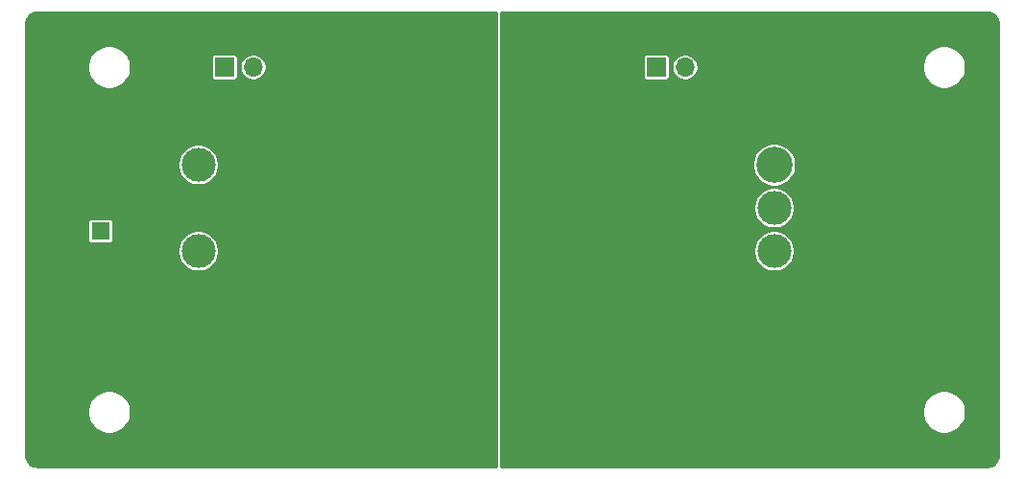
<source format=gbr>
%TF.GenerationSoftware,KiCad,Pcbnew,(5.1.12)-1*%
%TF.CreationDate,2022-03-07T22:28:18-06:00*%
%TF.ProjectId,Power_Board,506f7765-725f-4426-9f61-72642e6b6963,rev?*%
%TF.SameCoordinates,Original*%
%TF.FileFunction,Copper,L2,Bot*%
%TF.FilePolarity,Positive*%
%FSLAX46Y46*%
G04 Gerber Fmt 4.6, Leading zero omitted, Abs format (unit mm)*
G04 Created by KiCad (PCBNEW (5.1.12)-1) date 2022-03-07 22:28:18*
%MOMM*%
%LPD*%
G01*
G04 APERTURE LIST*
%TA.AperFunction,ComponentPad*%
%ADD10C,3.000000*%
%TD*%
%TA.AperFunction,ComponentPad*%
%ADD11C,3.200000*%
%TD*%
%TA.AperFunction,ComponentPad*%
%ADD12R,1.600000X1.600000*%
%TD*%
%TA.AperFunction,ComponentPad*%
%ADD13C,1.600000*%
%TD*%
%TA.AperFunction,ComponentPad*%
%ADD14R,1.700000X1.700000*%
%TD*%
%TA.AperFunction,ComponentPad*%
%ADD15O,1.700000X1.700000*%
%TD*%
%TA.AperFunction,ViaPad*%
%ADD16C,0.800000*%
%TD*%
%TA.AperFunction,Conductor*%
%ADD17C,0.254000*%
%TD*%
%TA.AperFunction,Conductor*%
%ADD18C,0.100000*%
%TD*%
G04 APERTURE END LIST*
D10*
%TO.P,U5,1*%
%TO.N,VOUT+*%
X117729000Y-84328000D03*
%TO.P,U5,2*%
%TO.N,PWRGD*%
X117729000Y-91948000D03*
%TO.P,U5,3*%
%TO.N,VOUT-*%
X117729000Y-99568000D03*
D11*
%TO.P,U5,4*%
%TO.N,GND*%
X168529000Y-99568000D03*
D10*
%TO.P,U5,5*%
X168529000Y-95758000D03*
%TO.P,U5,6*%
%TO.N,Net-(U5-Pad6)*%
X168529000Y-91948000D03*
%TO.P,U5,7*%
%TO.N,+12V*%
X168529000Y-88138000D03*
D11*
%TO.P,U5,8*%
X168529000Y-84328000D03*
%TD*%
D12*
%TO.P,C40,1*%
%TO.N,VOUT+*%
X109093000Y-90170000D03*
D13*
%TO.P,C40,2*%
%TO.N,VOUT-*%
X109093000Y-93670000D03*
%TD*%
D14*
%TO.P,J5,1*%
%TO.N,VOUT+*%
X120015000Y-75692000D03*
D15*
%TO.P,J5,2*%
%TO.N,PWRGD*%
X122555000Y-75692000D03*
%TO.P,J5,3*%
%TO.N,VOUT-*%
X125095000Y-75692000D03*
%TD*%
%TO.P,J6,3*%
%TO.N,GND*%
X163195000Y-75692000D03*
%TO.P,J6,2*%
%TO.N,+3V3*%
X160655000Y-75692000D03*
D14*
%TO.P,J6,1*%
%TO.N,+12V*%
X158115000Y-75692000D03*
%TD*%
D16*
%TO.N,GND*%
X171958000Y-108204000D03*
X176784000Y-81788000D03*
X174625000Y-78232000D03*
%TD*%
D17*
%TO.N,VOUT-*%
X144018000Y-110973000D02*
X103518641Y-110973000D01*
X103312777Y-110952815D01*
X103127870Y-110896988D01*
X102957330Y-110806310D01*
X102807651Y-110684235D01*
X102684532Y-110535410D01*
X102592668Y-110365511D01*
X102535552Y-110181003D01*
X102514000Y-109975946D01*
X102514000Y-105982207D01*
X107928000Y-105982207D01*
X107928000Y-106361793D01*
X108002053Y-106734085D01*
X108147315Y-107084777D01*
X108358201Y-107400391D01*
X108626609Y-107668799D01*
X108942223Y-107879685D01*
X109292915Y-108024947D01*
X109665207Y-108099000D01*
X110044793Y-108099000D01*
X110417085Y-108024947D01*
X110767777Y-107879685D01*
X111083391Y-107668799D01*
X111351799Y-107400391D01*
X111562685Y-107084777D01*
X111707947Y-106734085D01*
X111782000Y-106361793D01*
X111782000Y-105982207D01*
X111707947Y-105609915D01*
X111562685Y-105259223D01*
X111351799Y-104943609D01*
X111083391Y-104675201D01*
X110767777Y-104464315D01*
X110417085Y-104319053D01*
X110044793Y-104245000D01*
X109665207Y-104245000D01*
X109292915Y-104319053D01*
X108942223Y-104464315D01*
X108626609Y-104675201D01*
X108358201Y-104943609D01*
X108147315Y-105259223D01*
X108002053Y-105609915D01*
X107928000Y-105982207D01*
X102514000Y-105982207D01*
X102514000Y-91768056D01*
X115902000Y-91768056D01*
X115902000Y-92127944D01*
X115972211Y-92480916D01*
X116109934Y-92813409D01*
X116309876Y-93112645D01*
X116564355Y-93367124D01*
X116863591Y-93567066D01*
X117196084Y-93704789D01*
X117549056Y-93775000D01*
X117908944Y-93775000D01*
X118261916Y-93704789D01*
X118594409Y-93567066D01*
X118893645Y-93367124D01*
X119148124Y-93112645D01*
X119348066Y-92813409D01*
X119485789Y-92480916D01*
X119556000Y-92127944D01*
X119556000Y-91768056D01*
X119485789Y-91415084D01*
X119348066Y-91082591D01*
X119148124Y-90783355D01*
X118893645Y-90528876D01*
X118594409Y-90328934D01*
X118261916Y-90191211D01*
X117908944Y-90121000D01*
X117549056Y-90121000D01*
X117196084Y-90191211D01*
X116863591Y-90328934D01*
X116564355Y-90528876D01*
X116309876Y-90783355D01*
X116109934Y-91082591D01*
X115972211Y-91415084D01*
X115902000Y-91768056D01*
X102514000Y-91768056D01*
X102514000Y-89370000D01*
X107964418Y-89370000D01*
X107964418Y-90970000D01*
X107970732Y-91034103D01*
X107989430Y-91095743D01*
X108019794Y-91152550D01*
X108060657Y-91202343D01*
X108110450Y-91243206D01*
X108167257Y-91273570D01*
X108228897Y-91292268D01*
X108293000Y-91298582D01*
X109893000Y-91298582D01*
X109957103Y-91292268D01*
X110018743Y-91273570D01*
X110075550Y-91243206D01*
X110125343Y-91202343D01*
X110166206Y-91152550D01*
X110196570Y-91095743D01*
X110215268Y-91034103D01*
X110221582Y-90970000D01*
X110221582Y-89370000D01*
X110215268Y-89305897D01*
X110196570Y-89244257D01*
X110166206Y-89187450D01*
X110125343Y-89137657D01*
X110075550Y-89096794D01*
X110018743Y-89066430D01*
X109957103Y-89047732D01*
X109893000Y-89041418D01*
X108293000Y-89041418D01*
X108228897Y-89047732D01*
X108167257Y-89066430D01*
X108110450Y-89096794D01*
X108060657Y-89137657D01*
X108019794Y-89187450D01*
X107989430Y-89244257D01*
X107970732Y-89305897D01*
X107964418Y-89370000D01*
X102514000Y-89370000D01*
X102514000Y-84148056D01*
X115902000Y-84148056D01*
X115902000Y-84507944D01*
X115972211Y-84860916D01*
X116109934Y-85193409D01*
X116309876Y-85492645D01*
X116564355Y-85747124D01*
X116863591Y-85947066D01*
X117196084Y-86084789D01*
X117549056Y-86155000D01*
X117908944Y-86155000D01*
X118261916Y-86084789D01*
X118594409Y-85947066D01*
X118893645Y-85747124D01*
X119148124Y-85492645D01*
X119348066Y-85193409D01*
X119485789Y-84860916D01*
X119556000Y-84507944D01*
X119556000Y-84148056D01*
X119485789Y-83795084D01*
X119348066Y-83462591D01*
X119148124Y-83163355D01*
X118893645Y-82908876D01*
X118594409Y-82708934D01*
X118261916Y-82571211D01*
X117908944Y-82501000D01*
X117549056Y-82501000D01*
X117196084Y-82571211D01*
X116863591Y-82708934D01*
X116564355Y-82908876D01*
X116309876Y-83163355D01*
X116109934Y-83462591D01*
X115972211Y-83795084D01*
X115902000Y-84148056D01*
X102514000Y-84148056D01*
X102514000Y-75502207D01*
X107928000Y-75502207D01*
X107928000Y-75881793D01*
X108002053Y-76254085D01*
X108147315Y-76604777D01*
X108358201Y-76920391D01*
X108626609Y-77188799D01*
X108942223Y-77399685D01*
X109292915Y-77544947D01*
X109665207Y-77619000D01*
X110044793Y-77619000D01*
X110417085Y-77544947D01*
X110767777Y-77399685D01*
X111083391Y-77188799D01*
X111351799Y-76920391D01*
X111562685Y-76604777D01*
X111707947Y-76254085D01*
X111782000Y-75881793D01*
X111782000Y-75502207D01*
X111707947Y-75129915D01*
X111588689Y-74842000D01*
X118836418Y-74842000D01*
X118836418Y-76542000D01*
X118842732Y-76606103D01*
X118861430Y-76667743D01*
X118891794Y-76724550D01*
X118932657Y-76774343D01*
X118982450Y-76815206D01*
X119039257Y-76845570D01*
X119100897Y-76864268D01*
X119165000Y-76870582D01*
X120865000Y-76870582D01*
X120929103Y-76864268D01*
X120990743Y-76845570D01*
X121047550Y-76815206D01*
X121097343Y-76774343D01*
X121138206Y-76724550D01*
X121168570Y-76667743D01*
X121187268Y-76606103D01*
X121193582Y-76542000D01*
X121193582Y-75576076D01*
X121378000Y-75576076D01*
X121378000Y-75807924D01*
X121423231Y-76035318D01*
X121511956Y-76249519D01*
X121640764Y-76442294D01*
X121804706Y-76606236D01*
X121997481Y-76735044D01*
X122211682Y-76823769D01*
X122439076Y-76869000D01*
X122670924Y-76869000D01*
X122898318Y-76823769D01*
X123112519Y-76735044D01*
X123305294Y-76606236D01*
X123469236Y-76442294D01*
X123598044Y-76249519D01*
X123686769Y-76035318D01*
X123732000Y-75807924D01*
X123732000Y-75576076D01*
X123686769Y-75348682D01*
X123598044Y-75134481D01*
X123469236Y-74941706D01*
X123305294Y-74777764D01*
X123112519Y-74648956D01*
X122898318Y-74560231D01*
X122670924Y-74515000D01*
X122439076Y-74515000D01*
X122211682Y-74560231D01*
X121997481Y-74648956D01*
X121804706Y-74777764D01*
X121640764Y-74941706D01*
X121511956Y-75134481D01*
X121423231Y-75348682D01*
X121378000Y-75576076D01*
X121193582Y-75576076D01*
X121193582Y-74842000D01*
X121187268Y-74777897D01*
X121168570Y-74716257D01*
X121138206Y-74659450D01*
X121097343Y-74609657D01*
X121047550Y-74568794D01*
X120990743Y-74538430D01*
X120929103Y-74519732D01*
X120865000Y-74513418D01*
X119165000Y-74513418D01*
X119100897Y-74519732D01*
X119039257Y-74538430D01*
X118982450Y-74568794D01*
X118932657Y-74609657D01*
X118891794Y-74659450D01*
X118861430Y-74716257D01*
X118842732Y-74777897D01*
X118836418Y-74842000D01*
X111588689Y-74842000D01*
X111562685Y-74779223D01*
X111351799Y-74463609D01*
X111083391Y-74195201D01*
X110767777Y-73984315D01*
X110417085Y-73839053D01*
X110044793Y-73765000D01*
X109665207Y-73765000D01*
X109292915Y-73839053D01*
X108942223Y-73984315D01*
X108626609Y-74195201D01*
X108358201Y-74463609D01*
X108147315Y-74779223D01*
X108002053Y-75129915D01*
X107928000Y-75502207D01*
X102514000Y-75502207D01*
X102514000Y-71895641D01*
X102534185Y-71689777D01*
X102590012Y-71504870D01*
X102680688Y-71334332D01*
X102802762Y-71184653D01*
X102951590Y-71061532D01*
X103121493Y-70969666D01*
X103305997Y-70912552D01*
X103511054Y-70891000D01*
X144018000Y-70891000D01*
X144018000Y-110973000D01*
%TA.AperFunction,Conductor*%
D18*
G36*
X144018000Y-110973000D02*
G01*
X103518641Y-110973000D01*
X103312777Y-110952815D01*
X103127870Y-110896988D01*
X102957330Y-110806310D01*
X102807651Y-110684235D01*
X102684532Y-110535410D01*
X102592668Y-110365511D01*
X102535552Y-110181003D01*
X102514000Y-109975946D01*
X102514000Y-105982207D01*
X107928000Y-105982207D01*
X107928000Y-106361793D01*
X108002053Y-106734085D01*
X108147315Y-107084777D01*
X108358201Y-107400391D01*
X108626609Y-107668799D01*
X108942223Y-107879685D01*
X109292915Y-108024947D01*
X109665207Y-108099000D01*
X110044793Y-108099000D01*
X110417085Y-108024947D01*
X110767777Y-107879685D01*
X111083391Y-107668799D01*
X111351799Y-107400391D01*
X111562685Y-107084777D01*
X111707947Y-106734085D01*
X111782000Y-106361793D01*
X111782000Y-105982207D01*
X111707947Y-105609915D01*
X111562685Y-105259223D01*
X111351799Y-104943609D01*
X111083391Y-104675201D01*
X110767777Y-104464315D01*
X110417085Y-104319053D01*
X110044793Y-104245000D01*
X109665207Y-104245000D01*
X109292915Y-104319053D01*
X108942223Y-104464315D01*
X108626609Y-104675201D01*
X108358201Y-104943609D01*
X108147315Y-105259223D01*
X108002053Y-105609915D01*
X107928000Y-105982207D01*
X102514000Y-105982207D01*
X102514000Y-91768056D01*
X115902000Y-91768056D01*
X115902000Y-92127944D01*
X115972211Y-92480916D01*
X116109934Y-92813409D01*
X116309876Y-93112645D01*
X116564355Y-93367124D01*
X116863591Y-93567066D01*
X117196084Y-93704789D01*
X117549056Y-93775000D01*
X117908944Y-93775000D01*
X118261916Y-93704789D01*
X118594409Y-93567066D01*
X118893645Y-93367124D01*
X119148124Y-93112645D01*
X119348066Y-92813409D01*
X119485789Y-92480916D01*
X119556000Y-92127944D01*
X119556000Y-91768056D01*
X119485789Y-91415084D01*
X119348066Y-91082591D01*
X119148124Y-90783355D01*
X118893645Y-90528876D01*
X118594409Y-90328934D01*
X118261916Y-90191211D01*
X117908944Y-90121000D01*
X117549056Y-90121000D01*
X117196084Y-90191211D01*
X116863591Y-90328934D01*
X116564355Y-90528876D01*
X116309876Y-90783355D01*
X116109934Y-91082591D01*
X115972211Y-91415084D01*
X115902000Y-91768056D01*
X102514000Y-91768056D01*
X102514000Y-89370000D01*
X107964418Y-89370000D01*
X107964418Y-90970000D01*
X107970732Y-91034103D01*
X107989430Y-91095743D01*
X108019794Y-91152550D01*
X108060657Y-91202343D01*
X108110450Y-91243206D01*
X108167257Y-91273570D01*
X108228897Y-91292268D01*
X108293000Y-91298582D01*
X109893000Y-91298582D01*
X109957103Y-91292268D01*
X110018743Y-91273570D01*
X110075550Y-91243206D01*
X110125343Y-91202343D01*
X110166206Y-91152550D01*
X110196570Y-91095743D01*
X110215268Y-91034103D01*
X110221582Y-90970000D01*
X110221582Y-89370000D01*
X110215268Y-89305897D01*
X110196570Y-89244257D01*
X110166206Y-89187450D01*
X110125343Y-89137657D01*
X110075550Y-89096794D01*
X110018743Y-89066430D01*
X109957103Y-89047732D01*
X109893000Y-89041418D01*
X108293000Y-89041418D01*
X108228897Y-89047732D01*
X108167257Y-89066430D01*
X108110450Y-89096794D01*
X108060657Y-89137657D01*
X108019794Y-89187450D01*
X107989430Y-89244257D01*
X107970732Y-89305897D01*
X107964418Y-89370000D01*
X102514000Y-89370000D01*
X102514000Y-84148056D01*
X115902000Y-84148056D01*
X115902000Y-84507944D01*
X115972211Y-84860916D01*
X116109934Y-85193409D01*
X116309876Y-85492645D01*
X116564355Y-85747124D01*
X116863591Y-85947066D01*
X117196084Y-86084789D01*
X117549056Y-86155000D01*
X117908944Y-86155000D01*
X118261916Y-86084789D01*
X118594409Y-85947066D01*
X118893645Y-85747124D01*
X119148124Y-85492645D01*
X119348066Y-85193409D01*
X119485789Y-84860916D01*
X119556000Y-84507944D01*
X119556000Y-84148056D01*
X119485789Y-83795084D01*
X119348066Y-83462591D01*
X119148124Y-83163355D01*
X118893645Y-82908876D01*
X118594409Y-82708934D01*
X118261916Y-82571211D01*
X117908944Y-82501000D01*
X117549056Y-82501000D01*
X117196084Y-82571211D01*
X116863591Y-82708934D01*
X116564355Y-82908876D01*
X116309876Y-83163355D01*
X116109934Y-83462591D01*
X115972211Y-83795084D01*
X115902000Y-84148056D01*
X102514000Y-84148056D01*
X102514000Y-75502207D01*
X107928000Y-75502207D01*
X107928000Y-75881793D01*
X108002053Y-76254085D01*
X108147315Y-76604777D01*
X108358201Y-76920391D01*
X108626609Y-77188799D01*
X108942223Y-77399685D01*
X109292915Y-77544947D01*
X109665207Y-77619000D01*
X110044793Y-77619000D01*
X110417085Y-77544947D01*
X110767777Y-77399685D01*
X111083391Y-77188799D01*
X111351799Y-76920391D01*
X111562685Y-76604777D01*
X111707947Y-76254085D01*
X111782000Y-75881793D01*
X111782000Y-75502207D01*
X111707947Y-75129915D01*
X111588689Y-74842000D01*
X118836418Y-74842000D01*
X118836418Y-76542000D01*
X118842732Y-76606103D01*
X118861430Y-76667743D01*
X118891794Y-76724550D01*
X118932657Y-76774343D01*
X118982450Y-76815206D01*
X119039257Y-76845570D01*
X119100897Y-76864268D01*
X119165000Y-76870582D01*
X120865000Y-76870582D01*
X120929103Y-76864268D01*
X120990743Y-76845570D01*
X121047550Y-76815206D01*
X121097343Y-76774343D01*
X121138206Y-76724550D01*
X121168570Y-76667743D01*
X121187268Y-76606103D01*
X121193582Y-76542000D01*
X121193582Y-75576076D01*
X121378000Y-75576076D01*
X121378000Y-75807924D01*
X121423231Y-76035318D01*
X121511956Y-76249519D01*
X121640764Y-76442294D01*
X121804706Y-76606236D01*
X121997481Y-76735044D01*
X122211682Y-76823769D01*
X122439076Y-76869000D01*
X122670924Y-76869000D01*
X122898318Y-76823769D01*
X123112519Y-76735044D01*
X123305294Y-76606236D01*
X123469236Y-76442294D01*
X123598044Y-76249519D01*
X123686769Y-76035318D01*
X123732000Y-75807924D01*
X123732000Y-75576076D01*
X123686769Y-75348682D01*
X123598044Y-75134481D01*
X123469236Y-74941706D01*
X123305294Y-74777764D01*
X123112519Y-74648956D01*
X122898318Y-74560231D01*
X122670924Y-74515000D01*
X122439076Y-74515000D01*
X122211682Y-74560231D01*
X121997481Y-74648956D01*
X121804706Y-74777764D01*
X121640764Y-74941706D01*
X121511956Y-75134481D01*
X121423231Y-75348682D01*
X121378000Y-75576076D01*
X121193582Y-75576076D01*
X121193582Y-74842000D01*
X121187268Y-74777897D01*
X121168570Y-74716257D01*
X121138206Y-74659450D01*
X121097343Y-74609657D01*
X121047550Y-74568794D01*
X120990743Y-74538430D01*
X120929103Y-74519732D01*
X120865000Y-74513418D01*
X119165000Y-74513418D01*
X119100897Y-74519732D01*
X119039257Y-74538430D01*
X118982450Y-74568794D01*
X118932657Y-74609657D01*
X118891794Y-74659450D01*
X118861430Y-74716257D01*
X118842732Y-74777897D01*
X118836418Y-74842000D01*
X111588689Y-74842000D01*
X111562685Y-74779223D01*
X111351799Y-74463609D01*
X111083391Y-74195201D01*
X110767777Y-73984315D01*
X110417085Y-73839053D01*
X110044793Y-73765000D01*
X109665207Y-73765000D01*
X109292915Y-73839053D01*
X108942223Y-73984315D01*
X108626609Y-74195201D01*
X108358201Y-74463609D01*
X108147315Y-74779223D01*
X108002053Y-75129915D01*
X107928000Y-75502207D01*
X102514000Y-75502207D01*
X102514000Y-71895641D01*
X102534185Y-71689777D01*
X102590012Y-71504870D01*
X102680688Y-71334332D01*
X102802762Y-71184653D01*
X102951590Y-71061532D01*
X103121493Y-70969666D01*
X103305997Y-70912552D01*
X103511054Y-70891000D01*
X144018000Y-70891000D01*
X144018000Y-110973000D01*
G37*
%TD.AperFunction*%
%TD*%
D17*
%TO.N,GND*%
X187517223Y-70911185D02*
X187702130Y-70967012D01*
X187872668Y-71057688D01*
X188022347Y-71179762D01*
X188145468Y-71328590D01*
X188237334Y-71498493D01*
X188294448Y-71682997D01*
X188316000Y-71888054D01*
X188316001Y-109968349D01*
X188295815Y-110174223D01*
X188239988Y-110359130D01*
X188149310Y-110529670D01*
X188027235Y-110679349D01*
X187878410Y-110802468D01*
X187708511Y-110894332D01*
X187524003Y-110951448D01*
X187318946Y-110973000D01*
X144472000Y-110973000D01*
X144472000Y-105982207D01*
X181588000Y-105982207D01*
X181588000Y-106361793D01*
X181662053Y-106734085D01*
X181807315Y-107084777D01*
X182018201Y-107400391D01*
X182286609Y-107668799D01*
X182602223Y-107879685D01*
X182952915Y-108024947D01*
X183325207Y-108099000D01*
X183704793Y-108099000D01*
X184077085Y-108024947D01*
X184427777Y-107879685D01*
X184743391Y-107668799D01*
X185011799Y-107400391D01*
X185222685Y-107084777D01*
X185367947Y-106734085D01*
X185442000Y-106361793D01*
X185442000Y-105982207D01*
X185367947Y-105609915D01*
X185222685Y-105259223D01*
X185011799Y-104943609D01*
X184743391Y-104675201D01*
X184427777Y-104464315D01*
X184077085Y-104319053D01*
X183704793Y-104245000D01*
X183325207Y-104245000D01*
X182952915Y-104319053D01*
X182602223Y-104464315D01*
X182286609Y-104675201D01*
X182018201Y-104943609D01*
X181807315Y-105259223D01*
X181662053Y-105609915D01*
X181588000Y-105982207D01*
X144472000Y-105982207D01*
X144472000Y-91768056D01*
X166702000Y-91768056D01*
X166702000Y-92127944D01*
X166772211Y-92480916D01*
X166909934Y-92813409D01*
X167109876Y-93112645D01*
X167364355Y-93367124D01*
X167663591Y-93567066D01*
X167996084Y-93704789D01*
X168349056Y-93775000D01*
X168708944Y-93775000D01*
X169061916Y-93704789D01*
X169394409Y-93567066D01*
X169693645Y-93367124D01*
X169948124Y-93112645D01*
X170148066Y-92813409D01*
X170285789Y-92480916D01*
X170356000Y-92127944D01*
X170356000Y-91768056D01*
X170285789Y-91415084D01*
X170148066Y-91082591D01*
X169948124Y-90783355D01*
X169693645Y-90528876D01*
X169394409Y-90328934D01*
X169061916Y-90191211D01*
X168708944Y-90121000D01*
X168349056Y-90121000D01*
X167996084Y-90191211D01*
X167663591Y-90328934D01*
X167364355Y-90528876D01*
X167109876Y-90783355D01*
X166909934Y-91082591D01*
X166772211Y-91415084D01*
X166702000Y-91768056D01*
X144472000Y-91768056D01*
X144472000Y-87958056D01*
X166702000Y-87958056D01*
X166702000Y-88317944D01*
X166772211Y-88670916D01*
X166909934Y-89003409D01*
X167109876Y-89302645D01*
X167364355Y-89557124D01*
X167663591Y-89757066D01*
X167996084Y-89894789D01*
X168349056Y-89965000D01*
X168708944Y-89965000D01*
X169061916Y-89894789D01*
X169394409Y-89757066D01*
X169693645Y-89557124D01*
X169948124Y-89302645D01*
X170148066Y-89003409D01*
X170285789Y-88670916D01*
X170356000Y-88317944D01*
X170356000Y-87958056D01*
X170285789Y-87605084D01*
X170148066Y-87272591D01*
X169948124Y-86973355D01*
X169693645Y-86718876D01*
X169394409Y-86518934D01*
X169061916Y-86381211D01*
X168708944Y-86311000D01*
X168349056Y-86311000D01*
X167996084Y-86381211D01*
X167663591Y-86518934D01*
X167364355Y-86718876D01*
X167109876Y-86973355D01*
X166909934Y-87272591D01*
X166772211Y-87605084D01*
X166702000Y-87958056D01*
X144472000Y-87958056D01*
X144472000Y-84138207D01*
X166602000Y-84138207D01*
X166602000Y-84517793D01*
X166676053Y-84890085D01*
X166821315Y-85240777D01*
X167032201Y-85556391D01*
X167300609Y-85824799D01*
X167616223Y-86035685D01*
X167966915Y-86180947D01*
X168339207Y-86255000D01*
X168718793Y-86255000D01*
X169091085Y-86180947D01*
X169441777Y-86035685D01*
X169757391Y-85824799D01*
X170025799Y-85556391D01*
X170236685Y-85240777D01*
X170381947Y-84890085D01*
X170456000Y-84517793D01*
X170456000Y-84138207D01*
X170381947Y-83765915D01*
X170236685Y-83415223D01*
X170025799Y-83099609D01*
X169757391Y-82831201D01*
X169441777Y-82620315D01*
X169091085Y-82475053D01*
X168718793Y-82401000D01*
X168339207Y-82401000D01*
X167966915Y-82475053D01*
X167616223Y-82620315D01*
X167300609Y-82831201D01*
X167032201Y-83099609D01*
X166821315Y-83415223D01*
X166676053Y-83765915D01*
X166602000Y-84138207D01*
X144472000Y-84138207D01*
X144472000Y-74842000D01*
X156936418Y-74842000D01*
X156936418Y-76542000D01*
X156942732Y-76606103D01*
X156961430Y-76667743D01*
X156991794Y-76724550D01*
X157032657Y-76774343D01*
X157082450Y-76815206D01*
X157139257Y-76845570D01*
X157200897Y-76864268D01*
X157265000Y-76870582D01*
X158965000Y-76870582D01*
X159029103Y-76864268D01*
X159090743Y-76845570D01*
X159147550Y-76815206D01*
X159197343Y-76774343D01*
X159238206Y-76724550D01*
X159268570Y-76667743D01*
X159287268Y-76606103D01*
X159293582Y-76542000D01*
X159293582Y-75576076D01*
X159478000Y-75576076D01*
X159478000Y-75807924D01*
X159523231Y-76035318D01*
X159611956Y-76249519D01*
X159740764Y-76442294D01*
X159904706Y-76606236D01*
X160097481Y-76735044D01*
X160311682Y-76823769D01*
X160539076Y-76869000D01*
X160770924Y-76869000D01*
X160998318Y-76823769D01*
X161212519Y-76735044D01*
X161405294Y-76606236D01*
X161569236Y-76442294D01*
X161698044Y-76249519D01*
X161786769Y-76035318D01*
X161832000Y-75807924D01*
X161832000Y-75576076D01*
X161817307Y-75502207D01*
X181588000Y-75502207D01*
X181588000Y-75881793D01*
X181662053Y-76254085D01*
X181807315Y-76604777D01*
X182018201Y-76920391D01*
X182286609Y-77188799D01*
X182602223Y-77399685D01*
X182952915Y-77544947D01*
X183325207Y-77619000D01*
X183704793Y-77619000D01*
X184077085Y-77544947D01*
X184427777Y-77399685D01*
X184743391Y-77188799D01*
X185011799Y-76920391D01*
X185222685Y-76604777D01*
X185367947Y-76254085D01*
X185442000Y-75881793D01*
X185442000Y-75502207D01*
X185367947Y-75129915D01*
X185222685Y-74779223D01*
X185011799Y-74463609D01*
X184743391Y-74195201D01*
X184427777Y-73984315D01*
X184077085Y-73839053D01*
X183704793Y-73765000D01*
X183325207Y-73765000D01*
X182952915Y-73839053D01*
X182602223Y-73984315D01*
X182286609Y-74195201D01*
X182018201Y-74463609D01*
X181807315Y-74779223D01*
X181662053Y-75129915D01*
X181588000Y-75502207D01*
X161817307Y-75502207D01*
X161786769Y-75348682D01*
X161698044Y-75134481D01*
X161569236Y-74941706D01*
X161405294Y-74777764D01*
X161212519Y-74648956D01*
X160998318Y-74560231D01*
X160770924Y-74515000D01*
X160539076Y-74515000D01*
X160311682Y-74560231D01*
X160097481Y-74648956D01*
X159904706Y-74777764D01*
X159740764Y-74941706D01*
X159611956Y-75134481D01*
X159523231Y-75348682D01*
X159478000Y-75576076D01*
X159293582Y-75576076D01*
X159293582Y-74842000D01*
X159287268Y-74777897D01*
X159268570Y-74716257D01*
X159238206Y-74659450D01*
X159197343Y-74609657D01*
X159147550Y-74568794D01*
X159090743Y-74538430D01*
X159029103Y-74519732D01*
X158965000Y-74513418D01*
X157265000Y-74513418D01*
X157200897Y-74519732D01*
X157139257Y-74538430D01*
X157082450Y-74568794D01*
X157032657Y-74609657D01*
X156991794Y-74659450D01*
X156961430Y-74716257D01*
X156942732Y-74777897D01*
X156936418Y-74842000D01*
X144472000Y-74842000D01*
X144472000Y-70891000D01*
X187311359Y-70891000D01*
X187517223Y-70911185D01*
%TA.AperFunction,Conductor*%
D18*
G36*
X187517223Y-70911185D02*
G01*
X187702130Y-70967012D01*
X187872668Y-71057688D01*
X188022347Y-71179762D01*
X188145468Y-71328590D01*
X188237334Y-71498493D01*
X188294448Y-71682997D01*
X188316000Y-71888054D01*
X188316001Y-109968349D01*
X188295815Y-110174223D01*
X188239988Y-110359130D01*
X188149310Y-110529670D01*
X188027235Y-110679349D01*
X187878410Y-110802468D01*
X187708511Y-110894332D01*
X187524003Y-110951448D01*
X187318946Y-110973000D01*
X144472000Y-110973000D01*
X144472000Y-105982207D01*
X181588000Y-105982207D01*
X181588000Y-106361793D01*
X181662053Y-106734085D01*
X181807315Y-107084777D01*
X182018201Y-107400391D01*
X182286609Y-107668799D01*
X182602223Y-107879685D01*
X182952915Y-108024947D01*
X183325207Y-108099000D01*
X183704793Y-108099000D01*
X184077085Y-108024947D01*
X184427777Y-107879685D01*
X184743391Y-107668799D01*
X185011799Y-107400391D01*
X185222685Y-107084777D01*
X185367947Y-106734085D01*
X185442000Y-106361793D01*
X185442000Y-105982207D01*
X185367947Y-105609915D01*
X185222685Y-105259223D01*
X185011799Y-104943609D01*
X184743391Y-104675201D01*
X184427777Y-104464315D01*
X184077085Y-104319053D01*
X183704793Y-104245000D01*
X183325207Y-104245000D01*
X182952915Y-104319053D01*
X182602223Y-104464315D01*
X182286609Y-104675201D01*
X182018201Y-104943609D01*
X181807315Y-105259223D01*
X181662053Y-105609915D01*
X181588000Y-105982207D01*
X144472000Y-105982207D01*
X144472000Y-91768056D01*
X166702000Y-91768056D01*
X166702000Y-92127944D01*
X166772211Y-92480916D01*
X166909934Y-92813409D01*
X167109876Y-93112645D01*
X167364355Y-93367124D01*
X167663591Y-93567066D01*
X167996084Y-93704789D01*
X168349056Y-93775000D01*
X168708944Y-93775000D01*
X169061916Y-93704789D01*
X169394409Y-93567066D01*
X169693645Y-93367124D01*
X169948124Y-93112645D01*
X170148066Y-92813409D01*
X170285789Y-92480916D01*
X170356000Y-92127944D01*
X170356000Y-91768056D01*
X170285789Y-91415084D01*
X170148066Y-91082591D01*
X169948124Y-90783355D01*
X169693645Y-90528876D01*
X169394409Y-90328934D01*
X169061916Y-90191211D01*
X168708944Y-90121000D01*
X168349056Y-90121000D01*
X167996084Y-90191211D01*
X167663591Y-90328934D01*
X167364355Y-90528876D01*
X167109876Y-90783355D01*
X166909934Y-91082591D01*
X166772211Y-91415084D01*
X166702000Y-91768056D01*
X144472000Y-91768056D01*
X144472000Y-87958056D01*
X166702000Y-87958056D01*
X166702000Y-88317944D01*
X166772211Y-88670916D01*
X166909934Y-89003409D01*
X167109876Y-89302645D01*
X167364355Y-89557124D01*
X167663591Y-89757066D01*
X167996084Y-89894789D01*
X168349056Y-89965000D01*
X168708944Y-89965000D01*
X169061916Y-89894789D01*
X169394409Y-89757066D01*
X169693645Y-89557124D01*
X169948124Y-89302645D01*
X170148066Y-89003409D01*
X170285789Y-88670916D01*
X170356000Y-88317944D01*
X170356000Y-87958056D01*
X170285789Y-87605084D01*
X170148066Y-87272591D01*
X169948124Y-86973355D01*
X169693645Y-86718876D01*
X169394409Y-86518934D01*
X169061916Y-86381211D01*
X168708944Y-86311000D01*
X168349056Y-86311000D01*
X167996084Y-86381211D01*
X167663591Y-86518934D01*
X167364355Y-86718876D01*
X167109876Y-86973355D01*
X166909934Y-87272591D01*
X166772211Y-87605084D01*
X166702000Y-87958056D01*
X144472000Y-87958056D01*
X144472000Y-84138207D01*
X166602000Y-84138207D01*
X166602000Y-84517793D01*
X166676053Y-84890085D01*
X166821315Y-85240777D01*
X167032201Y-85556391D01*
X167300609Y-85824799D01*
X167616223Y-86035685D01*
X167966915Y-86180947D01*
X168339207Y-86255000D01*
X168718793Y-86255000D01*
X169091085Y-86180947D01*
X169441777Y-86035685D01*
X169757391Y-85824799D01*
X170025799Y-85556391D01*
X170236685Y-85240777D01*
X170381947Y-84890085D01*
X170456000Y-84517793D01*
X170456000Y-84138207D01*
X170381947Y-83765915D01*
X170236685Y-83415223D01*
X170025799Y-83099609D01*
X169757391Y-82831201D01*
X169441777Y-82620315D01*
X169091085Y-82475053D01*
X168718793Y-82401000D01*
X168339207Y-82401000D01*
X167966915Y-82475053D01*
X167616223Y-82620315D01*
X167300609Y-82831201D01*
X167032201Y-83099609D01*
X166821315Y-83415223D01*
X166676053Y-83765915D01*
X166602000Y-84138207D01*
X144472000Y-84138207D01*
X144472000Y-74842000D01*
X156936418Y-74842000D01*
X156936418Y-76542000D01*
X156942732Y-76606103D01*
X156961430Y-76667743D01*
X156991794Y-76724550D01*
X157032657Y-76774343D01*
X157082450Y-76815206D01*
X157139257Y-76845570D01*
X157200897Y-76864268D01*
X157265000Y-76870582D01*
X158965000Y-76870582D01*
X159029103Y-76864268D01*
X159090743Y-76845570D01*
X159147550Y-76815206D01*
X159197343Y-76774343D01*
X159238206Y-76724550D01*
X159268570Y-76667743D01*
X159287268Y-76606103D01*
X159293582Y-76542000D01*
X159293582Y-75576076D01*
X159478000Y-75576076D01*
X159478000Y-75807924D01*
X159523231Y-76035318D01*
X159611956Y-76249519D01*
X159740764Y-76442294D01*
X159904706Y-76606236D01*
X160097481Y-76735044D01*
X160311682Y-76823769D01*
X160539076Y-76869000D01*
X160770924Y-76869000D01*
X160998318Y-76823769D01*
X161212519Y-76735044D01*
X161405294Y-76606236D01*
X161569236Y-76442294D01*
X161698044Y-76249519D01*
X161786769Y-76035318D01*
X161832000Y-75807924D01*
X161832000Y-75576076D01*
X161817307Y-75502207D01*
X181588000Y-75502207D01*
X181588000Y-75881793D01*
X181662053Y-76254085D01*
X181807315Y-76604777D01*
X182018201Y-76920391D01*
X182286609Y-77188799D01*
X182602223Y-77399685D01*
X182952915Y-77544947D01*
X183325207Y-77619000D01*
X183704793Y-77619000D01*
X184077085Y-77544947D01*
X184427777Y-77399685D01*
X184743391Y-77188799D01*
X185011799Y-76920391D01*
X185222685Y-76604777D01*
X185367947Y-76254085D01*
X185442000Y-75881793D01*
X185442000Y-75502207D01*
X185367947Y-75129915D01*
X185222685Y-74779223D01*
X185011799Y-74463609D01*
X184743391Y-74195201D01*
X184427777Y-73984315D01*
X184077085Y-73839053D01*
X183704793Y-73765000D01*
X183325207Y-73765000D01*
X182952915Y-73839053D01*
X182602223Y-73984315D01*
X182286609Y-74195201D01*
X182018201Y-74463609D01*
X181807315Y-74779223D01*
X181662053Y-75129915D01*
X181588000Y-75502207D01*
X161817307Y-75502207D01*
X161786769Y-75348682D01*
X161698044Y-75134481D01*
X161569236Y-74941706D01*
X161405294Y-74777764D01*
X161212519Y-74648956D01*
X160998318Y-74560231D01*
X160770924Y-74515000D01*
X160539076Y-74515000D01*
X160311682Y-74560231D01*
X160097481Y-74648956D01*
X159904706Y-74777764D01*
X159740764Y-74941706D01*
X159611956Y-75134481D01*
X159523231Y-75348682D01*
X159478000Y-75576076D01*
X159293582Y-75576076D01*
X159293582Y-74842000D01*
X159287268Y-74777897D01*
X159268570Y-74716257D01*
X159238206Y-74659450D01*
X159197343Y-74609657D01*
X159147550Y-74568794D01*
X159090743Y-74538430D01*
X159029103Y-74519732D01*
X158965000Y-74513418D01*
X157265000Y-74513418D01*
X157200897Y-74519732D01*
X157139257Y-74538430D01*
X157082450Y-74568794D01*
X157032657Y-74609657D01*
X156991794Y-74659450D01*
X156961430Y-74716257D01*
X156942732Y-74777897D01*
X156936418Y-74842000D01*
X144472000Y-74842000D01*
X144472000Y-70891000D01*
X187311359Y-70891000D01*
X187517223Y-70911185D01*
G37*
%TD.AperFunction*%
%TD*%
M02*

</source>
